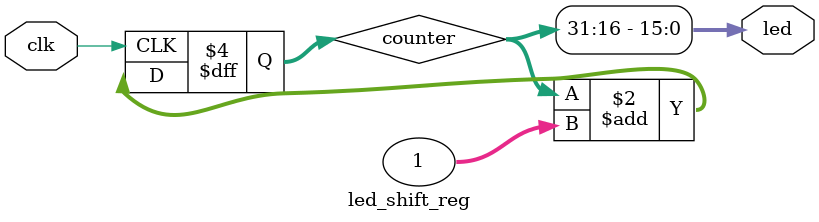
<source format=v>
`resetall
`timescale 1ns / 1ps
`default_nettype none

module led_shift_reg #(
    parameter LED_COUNT = 16,
    parameter COUNTER_WIDTH = 32
)(
    input  wire                 clk,
    output wire [LED_COUNT-1:0] led
);

    reg [COUNTER_WIDTH-1:0] counter = 0;

    always @(posedge clk) begin
        counter <= counter + 1;
    end

    assign led = counter[COUNTER_WIDTH-1:COUNTER_WIDTH-LED_COUNT];

endmodule
</source>
